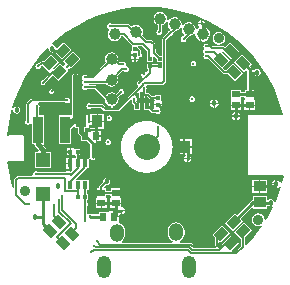
<source format=gbl>
G04 Layer_Physical_Order=4*
G04 Layer_Color=16711680*
%FSLAX25Y25*%
%MOIN*%
G70*
G01*
G75*
%ADD13R,0.01378X0.01181*%
%ADD14R,0.02362X0.02520*%
%ADD17R,0.02520X0.02362*%
%ADD23R,0.01260X0.01260*%
%ADD25C,0.03937*%
%ADD34R,0.01181X0.01378*%
%ADD41C,0.01000*%
%ADD42C,0.00500*%
%ADD43C,0.00700*%
%ADD44C,0.00600*%
%ADD45C,0.00800*%
%ADD49O,0.04921X0.05906*%
%ADD50O,0.04823X0.07480*%
%ADD51C,0.03598*%
%ADD52C,0.01800*%
%ADD53C,0.01300*%
%ADD54C,0.01000*%
%ADD55C,0.02800*%
%ADD56C,0.02600*%
%ADD57C,0.08700*%
%ADD58R,0.04000X0.04000*%
G04:AMPARAMS|DCode=59|XSize=39.37mil|YSize=31.5mil|CornerRadius=0mil|HoleSize=0mil|Usage=FLASHONLY|Rotation=315.000|XOffset=0mil|YOffset=0mil|HoleType=Round|Shape=Rectangle|*
%AMROTATEDRECTD59*
4,1,4,-0.02506,0.00278,-0.00278,0.02506,0.02506,-0.00278,0.00278,-0.02506,-0.02506,0.00278,0.0*
%
%ADD59ROTATEDRECTD59*%

G04:AMPARAMS|DCode=60|XSize=39.37mil|YSize=31.5mil|CornerRadius=0mil|HoleSize=0mil|Usage=FLASHONLY|Rotation=45.000|XOffset=0mil|YOffset=0mil|HoleType=Round|Shape=Rectangle|*
%AMROTATEDRECTD60*
4,1,4,-0.00278,-0.02506,-0.02506,-0.00278,0.00278,0.02506,0.02506,0.00278,-0.00278,-0.02506,0.0*
%
%ADD60ROTATEDRECTD60*%

%ADD61R,0.01575X0.02598*%
%ADD62R,0.04724X0.04921*%
%ADD63R,0.03347X0.09055*%
%ADD64R,0.03937X0.03543*%
%ADD65R,0.03543X0.03937*%
%ADD66R,0.01417X0.01969*%
%ADD67R,0.01575X0.01969*%
%ADD68C,0.01500*%
%ADD69C,0.02000*%
G36*
X4074Y46564D02*
X8117Y46032D01*
X12098Y45149D01*
X15987Y43923D01*
X18270Y42977D01*
X18652Y42705D01*
X18550Y42371D01*
Y41450D01*
X19423D01*
X19383Y41649D01*
X19129Y42029D01*
X18975Y42132D01*
X18975Y42132D01*
X18929Y42163D01*
X18929Y42163D01*
X18929Y42164D01*
X18931Y42168D01*
X18932Y42169D01*
X19116Y42513D01*
X19578Y42435D01*
X19754Y42362D01*
X23371Y40479D01*
X26810Y38289D01*
X30045Y35806D01*
X33051Y33051D01*
X35806Y30045D01*
X38289Y26810D01*
X40479Y23371D01*
X42362Y19754D01*
X43923Y15987D01*
X45149Y12098D01*
X45417Y10890D01*
X45104Y10500D01*
X33789Y10500D01*
Y-9185D01*
X45283Y-9185D01*
X45692Y-9647D01*
X45177Y-11972D01*
X45098Y-12005D01*
X44536Y-11738D01*
X44519Y-11654D01*
X44209Y-11191D01*
X43746Y-10881D01*
X43450Y-10822D01*
Y-12200D01*
Y-13578D01*
X43746Y-13519D01*
X44209Y-13209D01*
X44332Y-13025D01*
X44788Y-13244D01*
X43923Y-15987D01*
X42971Y-18285D01*
X42451Y-18234D01*
X42430Y-18132D01*
X42165Y-17735D01*
X41768Y-17470D01*
X41300Y-17377D01*
X40832Y-17470D01*
X40468Y-17712D01*
X40052Y-17620D01*
X39968Y-17595D01*
Y-16386D01*
X35432D01*
Y-17669D01*
X35255Y-17704D01*
X34990Y-17881D01*
X30127Y-22743D01*
X29378Y-21994D01*
X26170Y-25203D01*
X28822Y-27854D01*
X32030Y-24646D01*
X31281Y-23897D01*
X34970Y-20208D01*
X35432Y-20400D01*
Y-20529D01*
X39968D01*
Y-19605D01*
X40052Y-19580D01*
X40468Y-19488D01*
X40832Y-19730D01*
X41300Y-19824D01*
X41768Y-19730D01*
X41834Y-19687D01*
X42218Y-20031D01*
X40479Y-23371D01*
X39804Y-24431D01*
X39332Y-24241D01*
X39340Y-24200D01*
X39177Y-23381D01*
X38713Y-22686D01*
X38019Y-22223D01*
X37200Y-22060D01*
X36381Y-22223D01*
X35686Y-22686D01*
X35223Y-23381D01*
X35060Y-24200D01*
X35223Y-25019D01*
X35686Y-25714D01*
X36381Y-26177D01*
X37200Y-26340D01*
X38019Y-26177D01*
X38158Y-26085D01*
X38523Y-26442D01*
X38289Y-26810D01*
X35806Y-30045D01*
X33312Y-32767D01*
X32812Y-32573D01*
Y-29988D01*
X35092Y-27708D01*
X32441Y-25057D01*
X29233Y-28265D01*
X31513Y-30545D01*
Y-32969D01*
X29631Y-34851D01*
X28603D01*
X28412Y-34389D01*
X30916Y-31884D01*
X28265Y-29232D01*
X25057Y-32441D01*
X25199Y-32583D01*
X24144Y-33638D01*
X23759Y-33359D01*
X23949Y-32900D01*
Y-31987D01*
X24411Y-31795D01*
X24646Y-32030D01*
X27854Y-28822D01*
X25203Y-26170D01*
X21994Y-29379D01*
X22861Y-30245D01*
X22841Y-30265D01*
X22651Y-30724D01*
Y-32631D01*
X22431Y-32851D01*
X15969D01*
X15173Y-32055D01*
X14714Y-31865D01*
X11152D01*
X11053Y-31365D01*
X11235Y-31289D01*
X11811Y-30847D01*
X12254Y-30270D01*
X12532Y-29599D01*
X12627Y-28878D01*
Y-27894D01*
X12532Y-27173D01*
X12254Y-26502D01*
X11811Y-25925D01*
X11235Y-25482D01*
X10563Y-25204D01*
X9843Y-25109D01*
X9122Y-25204D01*
X8450Y-25482D01*
X7874Y-25925D01*
X7431Y-26502D01*
X7153Y-27173D01*
X7058Y-27894D01*
Y-28878D01*
X7153Y-29599D01*
X7431Y-30270D01*
X7874Y-30847D01*
X8450Y-31289D01*
X8632Y-31365D01*
X8533Y-31865D01*
X-8122D01*
X-8292Y-31365D01*
X-7874Y-31044D01*
X-7431Y-30467D01*
X-7153Y-29796D01*
X-7058Y-29075D01*
Y-28091D01*
X-7153Y-27370D01*
X-7431Y-26698D01*
X-7874Y-26122D01*
X-8450Y-25679D01*
X-9094Y-25413D01*
X-9094Y-25412D01*
X-9193Y-25019D01*
X-9208Y-24939D01*
X-9208Y-24885D01*
Y-23450D01*
X-10889D01*
Y-23200D01*
X-11139D01*
Y-21440D01*
X-12570D01*
Y-21543D01*
X-13030Y-21640D01*
X-13070Y-21640D01*
X-15992D01*
Y-22385D01*
X-18314D01*
X-18610Y-22186D01*
X-18981Y-22113D01*
X-19352Y-22186D01*
X-19436Y-22243D01*
X-19936Y-21975D01*
Y-19813D01*
X-19847Y-19753D01*
X-19637Y-19439D01*
X-19563Y-19068D01*
X-19637Y-18698D01*
X-19847Y-18383D01*
X-19936Y-18324D01*
Y-17689D01*
X-19628D01*
Y-15711D01*
X-19846D01*
Y-14341D01*
X-19354D01*
Y-11142D01*
X-21413D01*
X-21528Y-11142D01*
X-21721D01*
X-21913D01*
X-22028Y-11142D01*
X-23393D01*
X-23601Y-10643D01*
X-20020Y-7062D01*
X-20018Y-7057D01*
X-19354D01*
Y-4331D01*
X-19354Y-4316D01*
X-19354Y-4316D01*
X-19354Y-4030D01*
Y-4009D01*
X-19315Y-4002D01*
X-19250Y-3991D01*
X-19189Y-3980D01*
X-18885Y-3925D01*
X-18854Y-3920D01*
X-18804Y-3993D01*
X-18767Y-4049D01*
X-18767Y-4049D01*
X-18710Y-4135D01*
X-18396Y-4344D01*
X-18025Y-4418D01*
X-17654Y-4344D01*
X-17340Y-4135D01*
X-17130Y-3820D01*
X-17057Y-3450D01*
X-17130Y-3079D01*
X-17184Y-2998D01*
Y1189D01*
X-17214Y1340D01*
X-17039Y1636D01*
Y3600D01*
Y5360D01*
X-18470D01*
Y5257D01*
X-18930Y5160D01*
Y5160D01*
X-20457D01*
X-20687Y5390D01*
Y6231D01*
X-19686D01*
X-19686Y6231D01*
X-19402Y6166D01*
X-19390Y6158D01*
X-19250Y6130D01*
Y7100D01*
X-18750D01*
Y6038D01*
X-18714Y6032D01*
X-18714Y6032D01*
X-16692D01*
Y8250D01*
X-18841D01*
X-19000Y8120D01*
X-19186Y8083D01*
X-19686Y8400D01*
Y10768D01*
X-22512D01*
X-22729Y10986D01*
Y23500D01*
X-22811Y23910D01*
X-23043Y24257D01*
X-23390Y24489D01*
X-23800Y24571D01*
X-24210Y24489D01*
X-24557Y24257D01*
X-24789Y23910D01*
X-24871Y23500D01*
Y10800D01*
X-25299Y10628D01*
X-25299Y10628D01*
Y10628D01*
X-25299Y10628D01*
X-29246D01*
Y972D01*
X-25299D01*
Y5899D01*
X-24329Y6869D01*
X-23829Y6662D01*
Y6231D01*
X-22828D01*
Y4947D01*
X-22747Y4537D01*
X-22514Y4189D01*
X-21892Y3567D01*
Y2040D01*
X-20005D01*
X-18816Y851D01*
Y-2923D01*
X-18920Y-3079D01*
X-18994Y-3450D01*
X-18967Y-3586D01*
X-18970Y-3588D01*
X-18997Y-3604D01*
Y-3604D01*
X-19016Y-3616D01*
X-19263Y-3763D01*
X-19345Y-3813D01*
X-19365Y-3825D01*
X-19395Y-3843D01*
X-19406Y-3849D01*
X-19422Y-3859D01*
X-19470D01*
X-19540Y-3859D01*
X-19792Y-3859D01*
X-19794D01*
X-19794D01*
X-21413D01*
X-21528Y-3859D01*
X-21528Y-3859D01*
X-21913D01*
Y-3859D01*
X-21913Y-3859D01*
X-22424D01*
Y-2589D01*
X-22128D01*
Y-611D01*
X-23790D01*
X-23873Y-611D01*
X-24291Y-411D01*
X-24292D01*
X-24327Y-411D01*
X-25131D01*
Y-1600D01*
Y-2789D01*
X-24327D01*
X-24292Y-2789D01*
X-24291D01*
X-24114Y-2704D01*
X-23637Y-2979D01*
X-23614Y-3016D01*
Y-3484D01*
X-23995Y-3791D01*
X-24272Y-3659D01*
X-24272Y-3659D01*
X-24764Y-3659D01*
X-25309D01*
Y-5458D01*
X-25559D01*
Y-5708D01*
X-26847D01*
Y-7258D01*
X-26847D01*
X-26847Y-7258D01*
X-26814Y-7450D01*
X-25600D01*
Y-7950D01*
X-26863D01*
X-27135Y-8305D01*
X-36255D01*
X-36315Y-8215D01*
X-36629Y-8005D01*
X-37000Y-7931D01*
X-37371Y-8005D01*
X-37685Y-8215D01*
X-37895Y-8529D01*
X-37969Y-8900D01*
X-37928Y-9105D01*
X-38176Y-9519D01*
X-38273Y-9605D01*
X-42900D01*
X-43110Y-9692D01*
X-43321Y-9779D01*
X-44021Y-10479D01*
X-44195Y-10900D01*
Y-13479D01*
X-44690Y-13555D01*
X-45149Y-12098D01*
X-46032Y-8117D01*
X-46455Y-4900D01*
X-45987Y-4628D01*
X-45906Y-4662D01*
X-41181D01*
X-40951Y-4567D01*
X-40856Y-4337D01*
Y3537D01*
X-40951Y3767D01*
X-41181Y3862D01*
X-45906D01*
X-46076Y3791D01*
X-46568Y3987D01*
X-46568Y3987D01*
X-46564Y4074D01*
X-46032Y8117D01*
X-45149Y12098D01*
X-45044Y12432D01*
X-44994Y12590D01*
X-44790Y12689D01*
X-44524Y12300D01*
Y12300D01*
Y12300D01*
X-44524D01*
D01*
X-44430Y11832D01*
X-44165Y11435D01*
X-43768Y11170D01*
X-43300Y11077D01*
X-42832Y11170D01*
X-42435Y11435D01*
X-42170Y11832D01*
X-42077Y12300D01*
X-42170Y12768D01*
X-42435Y13165D01*
X-42832Y13430D01*
X-43300Y13523D01*
X-43768Y13430D01*
X-44165Y13165D01*
X-44172Y13155D01*
X-44519Y13117D01*
X-44754Y13184D01*
X-44773Y13218D01*
Y13218D01*
X-44787Y13246D01*
X-43923Y15987D01*
X-42362Y19754D01*
X-40479Y23371D01*
X-38289Y26810D01*
X-35806Y30045D01*
X-33210Y32878D01*
X-33019Y32847D01*
X-32702Y32693D01*
X-32630Y32332D01*
X-32365Y31935D01*
X-31968Y31670D01*
X-31500Y31576D01*
X-31442Y31588D01*
X-31439Y31586D01*
X-31174Y31409D01*
X-30862Y31347D01*
X-30862Y31347D01*
X-30379D01*
X-28265Y29233D01*
X-25057Y32441D01*
X-27708Y35092D01*
X-29822Y32978D01*
X-30312D01*
X-30370Y33268D01*
X-30635Y33665D01*
X-31032Y33930D01*
X-31295Y33983D01*
X-31470Y34501D01*
X-30045Y35806D01*
X-26810Y38289D01*
X-23371Y40479D01*
X-19754Y42362D01*
X-15987Y43923D01*
X-12098Y45149D01*
X-8117Y46032D01*
X-4074Y46564D01*
X0Y46742D01*
X4074Y46564D01*
D02*
G37*
%LPC*%
G36*
X18050Y42323D02*
X17851Y42283D01*
X17471Y42029D01*
X17217Y41649D01*
X17177Y41450D01*
X18050D01*
Y42323D01*
D02*
G37*
G36*
X19791Y39868D02*
X19032Y37784D01*
X21116Y37026D01*
X21226Y37745D01*
X20993Y38699D01*
X20412Y39491D01*
X19791Y39868D01*
D02*
G37*
G36*
X18861Y37314D02*
X18103Y35231D01*
X18822Y35120D01*
X19776Y35354D01*
X20568Y35934D01*
X20945Y36556D01*
X18861Y37314D01*
D02*
G37*
G36*
X24100Y38440D02*
X23281Y38277D01*
X22587Y37813D01*
X22123Y37119D01*
X21960Y36300D01*
X22123Y35481D01*
X22587Y34786D01*
X23281Y34323D01*
X24100Y34160D01*
X24919Y34323D01*
X25613Y34786D01*
X26077Y35481D01*
X26240Y36300D01*
X26077Y37119D01*
X25613Y37813D01*
X24919Y38277D01*
X24100Y38440D01*
D02*
G37*
G36*
X27708Y35092D02*
X26029Y33413D01*
X26021Y33421D01*
X25600Y33595D01*
X21947D01*
X21621Y33921D01*
X21200Y34095D01*
X20645D01*
X20585Y34185D01*
X20271Y34395D01*
X19900Y34469D01*
X19529Y34395D01*
X19215Y34185D01*
X19005Y33871D01*
X18931Y33500D01*
X19005Y33129D01*
X19093Y32998D01*
X19115Y32485D01*
X18905Y32171D01*
X18831Y31800D01*
X18905Y31429D01*
X18974Y31326D01*
X19108Y31080D01*
X19013Y30582D01*
X19005Y30571D01*
X18931Y30200D01*
X19005Y29829D01*
X19215Y29515D01*
X19529Y29305D01*
X19900Y29231D01*
X20271Y29305D01*
X20500Y29458D01*
X25455Y24503D01*
X25665Y24416D01*
X25876Y24329D01*
X27044D01*
X29379Y21994D01*
X32030Y24646D01*
X28822Y27854D01*
X26487Y25519D01*
X26122D01*
X25587Y26055D01*
Y26555D01*
X27854Y28822D01*
X25126Y31550D01*
X25233Y32034D01*
X25284Y32099D01*
X25378Y32120D01*
X28265Y29233D01*
X30916Y31884D01*
X27708Y35092D01*
D02*
G37*
G36*
X4516Y45076D02*
X3639Y44861D01*
X2911Y44328D01*
X2443Y43556D01*
X2306Y42664D01*
X2520Y41788D01*
X3054Y41060D01*
X3825Y40592D01*
X3954Y40572D01*
Y39220D01*
X3829Y39195D01*
X3515Y38985D01*
X3305Y38671D01*
X3231Y38300D01*
X3305Y37929D01*
X3515Y37615D01*
X3829Y37405D01*
X4200Y37331D01*
X4571Y37405D01*
X4885Y37615D01*
X5095Y37929D01*
X5169Y38300D01*
X5158Y38356D01*
X5229Y38463D01*
X5279Y38717D01*
Y40592D01*
X5594Y40669D01*
X6322Y41203D01*
X6610Y41677D01*
X7089Y41502D01*
X7004Y40954D01*
X7219Y40078D01*
X7752Y39350D01*
X7753Y39349D01*
X7660Y38821D01*
X7529Y38795D01*
X7215Y38585D01*
X7005Y38271D01*
X6931Y37900D01*
X6940Y37858D01*
X5441Y36359D01*
X5251Y35900D01*
Y30172D01*
X4351D01*
X2895Y31628D01*
Y31750D01*
X3054Y31987D01*
X3116Y32299D01*
X3054Y32611D01*
X2895Y32848D01*
Y34300D01*
X2772Y34598D01*
X2721Y34721D01*
X2021Y35421D01*
X1600Y35595D01*
X147D01*
X-1527Y37269D01*
X-1363Y37515D01*
X-1187Y38400D01*
X-1363Y39285D01*
X-1864Y40036D01*
X-2615Y40537D01*
X-3500Y40713D01*
X-4385Y40537D01*
X-5050Y40092D01*
X-5648Y40690D01*
X-6069Y40864D01*
X-11424D01*
X-11484Y40953D01*
X-11798Y41163D01*
X-12168Y41237D01*
X-12539Y41163D01*
X-12853Y40953D01*
X-13063Y40639D01*
X-13137Y40268D01*
X-13063Y39898D01*
X-12853Y39584D01*
X-12672Y39463D01*
X-12538Y39332D01*
X-12520Y38860D01*
X-12837Y38385D01*
X-13013Y37500D01*
X-12837Y36615D01*
X-12336Y35864D01*
X-11585Y35363D01*
X-10700Y35187D01*
X-9815Y35363D01*
X-9065Y35864D01*
X-8563Y36615D01*
X-8506Y36905D01*
X-7747D01*
X-5049Y34207D01*
X-4929Y33757D01*
Y33741D01*
Y33674D01*
X-4929Y33506D01*
Y33483D01*
Y32169D01*
X-4929Y32169D01*
X-5129Y31752D01*
X-5129Y31752D01*
Y31752D01*
X-5129Y31277D01*
Y30872D01*
X-3999D01*
Y30372D01*
X-5129D01*
Y29956D01*
X-5129Y29492D01*
X-5129Y29492D01*
X-5102Y29400D01*
X-2896D01*
X-2869Y29492D01*
X-2869Y29492D01*
X-2531Y29811D01*
X-2510Y29831D01*
X-2424Y29909D01*
X-2112Y29971D01*
X-1848Y30148D01*
X-1671Y30412D01*
X-1609Y30724D01*
X-1671Y31036D01*
X-1762Y31172D01*
Y31924D01*
X-1812Y32178D01*
X-1956Y32393D01*
X-2831Y33269D01*
X-2885Y33305D01*
X-2738Y33790D01*
X-2589Y33805D01*
X-1622D01*
X-84Y32267D01*
X-28Y31987D01*
X130Y31750D01*
Y30191D01*
X111D01*
Y28409D01*
X2089D01*
Y30043D01*
X2547Y30292D01*
X3411Y29428D01*
Y28391D01*
X5251D01*
Y27809D01*
X3411D01*
Y27652D01*
X2089D01*
Y27828D01*
X111D01*
Y26047D01*
X505D01*
Y25427D01*
X325Y25269D01*
X-129Y25146D01*
X-459Y25367D01*
X-600Y25395D01*
Y24425D01*
X-850D01*
Y24175D01*
X-1819D01*
X-1792Y24035D01*
X-1571Y23704D01*
X-1555Y23694D01*
X-1482Y23060D01*
X-2457Y22085D01*
X-2737Y22029D01*
X-3001Y21852D01*
X-3178Y21588D01*
X-3240Y21276D01*
X-3178Y20964D01*
X-3001Y20699D01*
X-2966Y20097D01*
X-9913Y13149D01*
X-11237D01*
X-11286Y13649D01*
X-10715Y13763D01*
X-9965Y14265D01*
X-9463Y15015D01*
X-9287Y15900D01*
X-9415Y16543D01*
X-8506Y17452D01*
X-8400Y17431D01*
X-8029Y17505D01*
X-7715Y17715D01*
X-7505Y18029D01*
X-7431Y18400D01*
X-7505Y18771D01*
X-7715Y19085D01*
X-8029Y19295D01*
X-8400Y19369D01*
X-8771Y19295D01*
X-9085Y19085D01*
X-9295Y18771D01*
X-9369Y18400D01*
X-9348Y18294D01*
X-10050Y17592D01*
X-10715Y18037D01*
X-11600Y18213D01*
X-12485Y18037D01*
X-13236Y17536D01*
X-13653Y17494D01*
X-16579Y20421D01*
X-17000Y20595D01*
X-18979D01*
X-19254Y21095D01*
X-19248Y21105D01*
X-13563D01*
X-13336Y20764D01*
X-12585Y20263D01*
X-11700Y20087D01*
X-10815Y20263D01*
X-10064Y20764D01*
X-9563Y21515D01*
X-9387Y22400D01*
X-9563Y23285D01*
X-9727Y23531D01*
X-7989Y25269D01*
X-7485Y25315D01*
X-7171Y25105D01*
X-6800Y25031D01*
X-6429Y25105D01*
X-6115Y25315D01*
X-5905Y25629D01*
X-5831Y26000D01*
X-5905Y26371D01*
X-6115Y26685D01*
X-6429Y26895D01*
X-6604Y26930D01*
X-6849Y27112D01*
X-6962Y27446D01*
X-6931Y27600D01*
X-7005Y27971D01*
X-7215Y28285D01*
X-7529Y28495D01*
X-7900Y28569D01*
X-8271Y28495D01*
X-8585Y28285D01*
X-8588Y28280D01*
X-9105Y28247D01*
X-9515Y28657D01*
X-9387Y29300D01*
X-9563Y30185D01*
X-10064Y30935D01*
X-10815Y31437D01*
X-11700Y31613D01*
X-12585Y31437D01*
X-13336Y30935D01*
X-13837Y30185D01*
X-14013Y29300D01*
X-13837Y28415D01*
X-13673Y28169D01*
X-18047Y23795D01*
X-19855D01*
X-19915Y23885D01*
X-20229Y24095D01*
X-20600Y24169D01*
X-20971Y24095D01*
X-21285Y23885D01*
X-21495Y23571D01*
X-21569Y23200D01*
X-21495Y22829D01*
X-21456Y22772D01*
X-21326Y22400D01*
X-21456Y22028D01*
X-21495Y21971D01*
X-21569Y21600D01*
X-21495Y21229D01*
X-21456Y21172D01*
X-21326Y20800D01*
X-21456Y20428D01*
X-21495Y20371D01*
X-21569Y20000D01*
X-21495Y19629D01*
X-21285Y19315D01*
X-20971Y19105D01*
X-20600Y19031D01*
X-20229Y19105D01*
X-19915Y19315D01*
X-19855Y19405D01*
X-17247D01*
X-13885Y16043D01*
X-13913Y15900D01*
X-13737Y15015D01*
X-13236Y14265D01*
X-12485Y13763D01*
X-11914Y13649D01*
X-11963Y13149D01*
X-13331D01*
X-14341Y14159D01*
X-14800Y14349D01*
X-18391D01*
X-18415Y14385D01*
X-18729Y14595D01*
X-19100Y14669D01*
X-19471Y14595D01*
X-19785Y14385D01*
X-19995Y14071D01*
X-20069Y13700D01*
X-19995Y13329D01*
X-19785Y13015D01*
X-19471Y12805D01*
X-19100Y12731D01*
X-18729Y12805D01*
X-18415Y13015D01*
X-18391Y13051D01*
X-15069D01*
X-14059Y12041D01*
X-13600Y11851D01*
X-9644D01*
X-9185Y12041D01*
X-5556Y15670D01*
X-4973Y15546D01*
X-4887Y15417D01*
X-4865Y15403D01*
Y14902D01*
X-4815Y14649D01*
X-4671Y14434D01*
X-4084Y13846D01*
Y12247D01*
X-2066D01*
Y14816D01*
X-3179D01*
X-3335Y14972D01*
X-3517Y15417D01*
X-3308Y15732D01*
X-3234Y16102D01*
X-3308Y16473D01*
X-3517Y16787D01*
X-3646Y16873D01*
X-3770Y17456D01*
X-3049Y18177D01*
X-2587Y17985D01*
Y16184D01*
X-413D01*
Y16873D01*
X285D01*
X1098Y16060D01*
X1221Y16009D01*
X1519Y15886D01*
X2384D01*
X2421Y15863D01*
X2696Y15386D01*
X2611Y15210D01*
Y15208D01*
X2611Y15173D01*
Y14369D01*
X4989D01*
Y15173D01*
X4989Y15208D01*
Y15210D01*
X4789Y15627D01*
X4789Y15710D01*
Y17372D01*
X2811D01*
Y17076D01*
X1766D01*
X952Y17889D01*
X532Y18064D01*
X-218D01*
X-254Y18119D01*
Y19152D01*
X-96Y19389D01*
X-34Y19701D01*
X-96Y20013D01*
X-172Y20126D01*
X26Y20601D01*
X50Y20626D01*
X5176D01*
X5635Y20816D01*
X6359Y21541D01*
X6549Y22000D01*
Y35631D01*
X7858Y36940D01*
X7900Y36931D01*
X8271Y37005D01*
X8585Y37215D01*
X8795Y37529D01*
X8869Y37900D01*
X8860Y37942D01*
X9559Y38641D01*
X9623Y38795D01*
X10293Y38959D01*
X11020Y39492D01*
X11308Y39967D01*
X11787Y39792D01*
X11703Y39244D01*
X11917Y38368D01*
X12451Y37640D01*
X12460Y37634D01*
X12485Y37420D01*
X12300Y36969D01*
X11929Y36895D01*
X11615Y36685D01*
X11405Y36371D01*
X11331Y36000D01*
X11405Y35629D01*
X11615Y35315D01*
X11929Y35105D01*
X12300Y35031D01*
X12671Y35105D01*
X12985Y35315D01*
X13195Y35629D01*
X13269Y36000D01*
X13260Y36042D01*
X14297Y37079D01*
X14991Y37249D01*
X15719Y37782D01*
X15735Y37810D01*
X16215Y37635D01*
X16197Y37525D01*
X16431Y36571D01*
X17012Y35779D01*
X17633Y35402D01*
X18477Y37720D01*
X19377Y40193D01*
X19252Y40555D01*
X19383Y40751D01*
X19423Y40950D01*
X17177D01*
X17217Y40751D01*
X17471Y40371D01*
X17480Y40365D01*
X17494Y40326D01*
X17459Y39777D01*
X16856Y39335D01*
X16798Y39240D01*
X16319Y39414D01*
X16324Y39446D01*
X16110Y40322D01*
X15576Y41050D01*
X14805Y41518D01*
X13913Y41656D01*
X13036Y41441D01*
X12308Y40907D01*
X12021Y40433D01*
X11541Y40608D01*
X11626Y41156D01*
X11411Y42033D01*
X10878Y42760D01*
X10106Y43229D01*
X9214Y43366D01*
X8338Y43151D01*
X7610Y42618D01*
X7322Y42143D01*
X6843Y42318D01*
X6927Y42866D01*
X6713Y43743D01*
X6179Y44470D01*
X5408Y44939D01*
X4516Y45076D01*
D02*
G37*
G36*
X-3027Y28900D02*
X-3749D01*
Y28180D01*
X-3609Y28208D01*
X-3278Y28429D01*
X-3114Y28675D01*
X-3057Y28759D01*
X-3027Y28900D01*
D02*
G37*
G36*
X-4249D02*
X-4971D01*
X-4941Y28759D01*
X-4885Y28675D01*
X-4720Y28429D01*
X-4389Y28208D01*
X-4249Y28180D01*
Y28900D01*
D02*
G37*
G36*
X-24646Y32030D02*
X-27854Y28822D01*
X-27077Y28045D01*
X-27189Y27449D01*
X-27285Y27385D01*
X-27429Y27169D01*
X-27832Y27052D01*
X-28010Y27043D01*
X-28822Y27854D01*
X-30998Y25677D01*
X-31109Y25681D01*
X-31310Y26188D01*
X-29233Y28265D01*
X-31884Y30916D01*
X-34218Y28582D01*
X-35013D01*
X-35311Y28458D01*
X-35434Y28407D01*
X-35994Y27848D01*
X-36100Y27869D01*
X-36471Y27795D01*
X-36785Y27585D01*
X-36995Y27271D01*
X-37069Y26900D01*
X-36995Y26529D01*
X-36785Y26215D01*
X-36471Y26005D01*
X-36100Y25931D01*
X-35729Y26005D01*
X-35415Y26215D01*
X-35205Y26529D01*
X-35131Y26900D01*
X-35152Y27006D01*
X-34771Y27387D01*
X-32469Y25085D01*
X-32441Y25057D01*
X-32185Y24663D01*
X-34585Y22262D01*
X-34865Y22206D01*
X-35129Y22029D01*
X-35306Y21765D01*
X-35368Y21453D01*
X-35306Y21141D01*
X-35129Y20876D01*
X-34865Y20699D01*
X-34553Y20637D01*
X-34241Y20699D01*
X-33976Y20876D01*
X-33799Y21141D01*
X-33744Y21420D01*
X-31274Y23890D01*
X-29378Y21994D01*
X-26170Y25203D01*
X-26257Y25290D01*
X-26248Y25468D01*
X-26131Y25871D01*
X-25915Y26015D01*
X-25851Y26111D01*
X-25255Y26223D01*
X-25203Y26170D01*
X-21994Y29379D01*
X-24646Y32030D01*
D02*
G37*
G36*
X15600Y28769D02*
X15229Y28695D01*
X14915Y28485D01*
X14705Y28171D01*
X14631Y27800D01*
X14705Y27429D01*
X14915Y27115D01*
X15229Y26905D01*
X15600Y26831D01*
X15971Y26905D01*
X16285Y27115D01*
X16495Y27429D01*
X16569Y27800D01*
X16495Y28171D01*
X16285Y28485D01*
X15971Y28695D01*
X15600Y28769D01*
D02*
G37*
G36*
X-1100Y25395D02*
X-1240Y25367D01*
X-1571Y25146D01*
X-1792Y24815D01*
X-1819Y24675D01*
X-1100D01*
Y25395D01*
D02*
G37*
G36*
X31884Y30916D02*
X29233Y28265D01*
X32441Y25057D01*
X33047Y25663D01*
X33484Y25393D01*
Y18992D01*
X32740D01*
Y18327D01*
X31360D01*
Y18992D01*
X28240D01*
Y16070D01*
X28240Y16030D01*
X28143Y15570D01*
X28040D01*
Y14139D01*
X31560D01*
Y15570D01*
X31457D01*
Y15570D01*
X31360Y16030D01*
X31360Y16070D01*
Y16695D01*
X32386D01*
X32740Y16342D01*
Y16070D01*
X32740Y16030D01*
X32643Y15570D01*
X32540D01*
Y14139D01*
X36060D01*
Y15570D01*
X35957D01*
Y15570D01*
X35860Y16030D01*
X35860Y16070D01*
Y18992D01*
X35116D01*
Y23984D01*
X35902D01*
X35935Y23935D01*
X36332Y23670D01*
X36800Y23576D01*
X37268Y23670D01*
X37665Y23935D01*
X37930Y24332D01*
X38023Y24800D01*
X37930Y25268D01*
X37665Y25665D01*
X37268Y25930D01*
X36800Y26024D01*
X36332Y25930D01*
X35935Y25665D01*
X35902Y25616D01*
X35116D01*
Y25849D01*
X35053Y26161D01*
X34877Y26426D01*
X34877Y26426D01*
X34343Y26959D01*
X35092Y27708D01*
X31884Y30916D01*
D02*
G37*
G36*
X-31700Y19316D02*
X-32012Y19254D01*
X-32277Y19077D01*
X-32454Y18812D01*
X-32516Y18500D01*
X-32454Y18188D01*
X-32277Y17923D01*
X-32012Y17746D01*
X-31700Y17684D01*
X-31388Y17746D01*
X-31123Y17923D01*
X-30946Y18188D01*
X-30884Y18500D01*
X-30946Y18812D01*
X-31123Y19077D01*
X-31388Y19254D01*
X-31700Y19316D01*
D02*
G37*
G36*
X15200Y16969D02*
X14829Y16895D01*
X14515Y16685D01*
X14305Y16371D01*
X14231Y16000D01*
X14305Y15629D01*
X14515Y15315D01*
X14829Y15105D01*
X15200Y15031D01*
X15571Y15105D01*
X15885Y15315D01*
X16095Y15629D01*
X16169Y16000D01*
X16095Y16371D01*
X15885Y16685D01*
X15571Y16895D01*
X15200Y16969D01*
D02*
G37*
G36*
X22850Y15878D02*
Y14750D01*
X23978D01*
X23919Y15046D01*
X23609Y15509D01*
X23146Y15819D01*
X22850Y15878D01*
D02*
G37*
G36*
X22350D02*
X22054Y15819D01*
X21591Y15509D01*
X21281Y15046D01*
X21222Y14750D01*
X22350D01*
Y15878D01*
D02*
G37*
G36*
X-26500Y16469D02*
X-26871Y16395D01*
X-27185Y16185D01*
X-27209Y16149D01*
X-38300D01*
X-38759Y15959D01*
X-39959Y14759D01*
X-40149Y14300D01*
Y9175D01*
X-40285Y9085D01*
X-40495Y8771D01*
X-40569Y8400D01*
X-40495Y8029D01*
X-40285Y7715D01*
X-39971Y7505D01*
X-39600Y7431D01*
X-39229Y7505D01*
X-38915Y7715D01*
X-38801Y7886D01*
X-38301Y7734D01*
Y972D01*
X-37398D01*
Y928D01*
X-37317Y518D01*
X-37085Y171D01*
X-35883Y-1031D01*
X-36090Y-1531D01*
X-37162D01*
Y-7052D01*
X-31838D01*
Y-1531D01*
X-33430D01*
Y-900D01*
X-33511Y-490D01*
X-33743Y-143D01*
X-34396Y510D01*
X-34354Y972D01*
X-34354D01*
X-34354Y972D01*
Y10628D01*
X-35807D01*
Y13207D01*
X-35768Y13267D01*
X-35706Y13579D01*
X-35768Y13891D01*
X-35881Y14060D01*
X-35945Y14155D01*
X-35945Y14156D01*
X-36209Y14332D01*
X-36261Y14343D01*
X-36270Y14663D01*
X-35848Y14851D01*
X-27209D01*
X-27185Y14815D01*
X-26871Y14605D01*
X-26500Y14531D01*
X-26129Y14605D01*
X-25815Y14815D01*
X-25605Y15129D01*
X-25531Y15500D01*
X-25605Y15871D01*
X-25815Y16185D01*
X-26129Y16395D01*
X-26500Y16469D01*
D02*
G37*
G36*
X23978Y14250D02*
X22850D01*
Y13122D01*
X23146Y13181D01*
X23609Y13491D01*
X23919Y13954D01*
X23978Y14250D01*
D02*
G37*
G36*
X22350D02*
X21222D01*
X21281Y13954D01*
X21591Y13491D01*
X22054Y13181D01*
X22350Y13122D01*
Y14250D01*
D02*
G37*
G36*
X36060Y13639D02*
X34550D01*
Y12208D01*
X36060D01*
Y13639D01*
D02*
G37*
G36*
X34050D02*
X32540D01*
Y12208D01*
X34050D01*
Y13639D01*
D02*
G37*
G36*
X31560D02*
X30050D01*
Y12208D01*
X31560D01*
Y13639D01*
D02*
G37*
G36*
X29550D02*
X28040D01*
Y12208D01*
X29550D01*
Y13639D01*
D02*
G37*
G36*
X29922Y11958D02*
X29678D01*
X29680Y11932D01*
X29919D01*
X29922Y11958D01*
D02*
G37*
G36*
X1084Y14816D02*
X-934D01*
Y12247D01*
X912D01*
X1681Y11479D01*
X1891Y11392D01*
X2101Y11305D01*
X2955D01*
X3015Y11215D01*
X3329Y11005D01*
X3700Y10931D01*
X4071Y11005D01*
X4385Y11215D01*
X4595Y11529D01*
X4669Y11900D01*
X4595Y12271D01*
X4423Y12528D01*
X4487Y12777D01*
X4621Y13028D01*
X4989D01*
Y13869D01*
X2611D01*
Y13028D01*
X2611Y13028D01*
X2586Y12811D01*
X2112Y12731D01*
X1084Y13760D01*
Y14816D01*
D02*
G37*
G36*
X30050Y11677D02*
Y10550D01*
X31177D01*
X31119Y10846D01*
X30809Y11309D01*
X30346Y11619D01*
X30169Y11654D01*
X30169D01*
X30050Y11677D01*
D02*
G37*
G36*
X29550D02*
X29431Y11654D01*
X29431D01*
X29254Y11619D01*
X28791Y11309D01*
X28481Y10846D01*
X28422Y10550D01*
X29550D01*
Y11677D01*
D02*
G37*
G36*
X31177Y10050D02*
X30050D01*
Y8922D01*
X30346Y8981D01*
X30809Y9290D01*
X31119Y9754D01*
X31177Y10050D01*
D02*
G37*
G36*
X29550D02*
X28422D01*
X28481Y9754D01*
X28791Y9290D01*
X29254Y8981D01*
X29550Y8922D01*
Y10050D01*
D02*
G37*
G36*
X-14171Y10968D02*
X-16193D01*
Y8750D01*
X-14171D01*
Y10968D01*
D02*
G37*
G36*
X-16692D02*
X-18714D01*
Y8750D01*
X-16692D01*
Y10968D01*
D02*
G37*
G36*
X-12400Y10569D02*
X-12771Y10495D01*
X-13085Y10285D01*
X-13295Y9971D01*
X-13369Y9600D01*
X-13295Y9229D01*
X-13085Y8915D01*
X-12771Y8705D01*
X-12400Y8631D01*
X-12029Y8705D01*
X-11715Y8915D01*
X-11505Y9229D01*
X-11431Y9600D01*
X-11505Y9971D01*
X-11715Y10285D01*
X-12029Y10495D01*
X-12400Y10569D01*
D02*
G37*
G36*
X-14171Y8250D02*
X-16193D01*
Y6032D01*
X-14171D01*
Y8250D01*
D02*
G37*
G36*
X-15108Y5360D02*
X-16539D01*
Y3850D01*
X-15108D01*
Y5360D01*
D02*
G37*
G36*
Y3350D02*
X-16539D01*
Y1840D01*
X-15108D01*
Y3350D01*
D02*
G37*
G36*
X-12800Y2669D02*
X-13171Y2595D01*
X-13485Y2385D01*
X-13695Y2071D01*
X-13769Y1700D01*
X-13695Y1329D01*
X-13485Y1015D01*
X-13171Y805D01*
X-12800Y731D01*
X-12429Y805D01*
X-12115Y1015D01*
X-11905Y1329D01*
X-11831Y1700D01*
X-11905Y2071D01*
X-12115Y2385D01*
X-12429Y2595D01*
X-12800Y2669D01*
D02*
G37*
G36*
X15000Y2500D02*
X12750D01*
Y250D01*
X15000D01*
Y2500D01*
D02*
G37*
G36*
X12250D02*
X10000D01*
Y250D01*
X12250D01*
Y2500D01*
D02*
G37*
G36*
X-25631Y-411D02*
X-26472D01*
Y-1350D01*
X-25631D01*
Y-411D01*
D02*
G37*
G36*
X12250Y-250D02*
X10000D01*
Y-2500D01*
X12250D01*
Y-250D01*
D02*
G37*
G36*
X-25631Y-1850D02*
X-26472D01*
Y-2789D01*
X-25631D01*
Y-1850D01*
D02*
G37*
G36*
X15000Y-250D02*
X12750D01*
Y-2500D01*
X12825D01*
X12977Y-3000D01*
X12871Y-3071D01*
X12617Y-3451D01*
X12577Y-3650D01*
X14823D01*
X14783Y-3451D01*
X14529Y-3071D01*
X14423Y-3000D01*
X14575Y-2500D01*
X15000D01*
Y-250D01*
D02*
G37*
G36*
X14823Y-4150D02*
X13950D01*
Y-5023D01*
X14149Y-4983D01*
X14529Y-4729D01*
X14783Y-4349D01*
X14823Y-4150D01*
D02*
G37*
G36*
X13450D02*
X12577D01*
X12617Y-4349D01*
X12871Y-4729D01*
X13251Y-4983D01*
X13450Y-5023D01*
Y-4150D01*
D02*
G37*
G36*
X-25809Y-3659D02*
X-26847D01*
Y-5208D01*
X-25809D01*
Y-3659D01*
D02*
G37*
G36*
X4500Y9500D02*
X-4500Y9500D01*
X-9500Y4500D01*
X-9500Y-4781D01*
X-2636Y-9500D01*
X4000Y-9500D01*
X9500Y-4000D01*
X9500Y4500D01*
X4500Y9500D01*
D02*
G37*
G36*
X42950Y-10822D02*
X42654Y-10881D01*
X42191Y-11191D01*
X41881Y-11654D01*
X41822Y-11950D01*
X42950D01*
Y-10822D01*
D02*
G37*
G36*
X-13300Y-10176D02*
X-13768Y-10270D01*
X-14165Y-10535D01*
X-14430Y-10932D01*
X-14524Y-11400D01*
X-14476Y-11639D01*
X-15569Y-12731D01*
X-15712Y-12946D01*
X-15763Y-13200D01*
Y-13708D01*
X-16660D01*
Y-16630D01*
X-16660Y-16670D01*
X-16757Y-17130D01*
X-16860D01*
Y-18561D01*
X-13340D01*
Y-17130D01*
X-13443D01*
Y-17130D01*
X-13540Y-16670D01*
X-13540Y-16630D01*
Y-15852D01*
X-12214D01*
X-11860Y-16205D01*
Y-16630D01*
X-11860Y-16670D01*
X-11957Y-17130D01*
X-12060D01*
Y-18561D01*
X-8540D01*
Y-17130D01*
X-8643D01*
Y-17130D01*
X-8740Y-16670D01*
X-8740Y-16630D01*
Y-13708D01*
X-11860D01*
Y-14526D01*
X-13540D01*
Y-13708D01*
X-13964D01*
X-14171Y-13208D01*
X-13539Y-12576D01*
X-13300Y-12623D01*
X-12832Y-12530D01*
X-12435Y-12265D01*
X-12170Y-11868D01*
X-12077Y-11400D01*
X-12170Y-10932D01*
X-12435Y-10535D01*
X-12832Y-10270D01*
X-13300Y-10176D01*
D02*
G37*
G36*
X40168Y-10871D02*
X37950D01*
Y-12892D01*
X40168D01*
Y-10871D01*
D02*
G37*
G36*
X37450D02*
X35232D01*
Y-12892D01*
X37450D01*
Y-10871D01*
D02*
G37*
G36*
X42950Y-12450D02*
X41822D01*
X41881Y-12746D01*
X42191Y-13209D01*
X42654Y-13519D01*
X42950Y-13578D01*
Y-12450D01*
D02*
G37*
G36*
X40168Y-13393D02*
X37950D01*
Y-15414D01*
X40168D01*
Y-13393D01*
D02*
G37*
G36*
X37450D02*
X35232D01*
Y-15414D01*
X37450D01*
Y-13393D01*
D02*
G37*
G36*
X-10550Y-19061D02*
X-12060D01*
Y-20492D01*
X-10550D01*
Y-19061D01*
D02*
G37*
G36*
X-13340D02*
X-14850D01*
Y-20492D01*
X-13340D01*
Y-19061D01*
D02*
G37*
G36*
X-15350D02*
X-16860D01*
Y-20492D01*
X-15350D01*
Y-19061D01*
D02*
G37*
G36*
X-7277Y-21450D02*
X-8150D01*
Y-22323D01*
X-7951Y-22283D01*
X-7571Y-22029D01*
X-7317Y-21649D01*
X-7277Y-21450D01*
D02*
G37*
G36*
X-8540Y-19061D02*
X-10050D01*
Y-20492D01*
X-9866D01*
X-9531Y-20992D01*
X-9572Y-21200D01*
X-9770Y-21440D01*
X-10639D01*
Y-22950D01*
X-9208D01*
Y-22599D01*
X-8708Y-22311D01*
X-8650Y-22323D01*
Y-21200D01*
X-8400D01*
Y-20950D01*
X-7277D01*
X-7317Y-20751D01*
X-7571Y-20371D01*
X-7951Y-20117D01*
X-8400Y-20028D01*
X-8540Y-19912D01*
Y-19061D01*
D02*
G37*
%LPD*%
D13*
X1100Y29300D02*
D03*
Y26938D02*
D03*
X4400Y29281D02*
D03*
Y26919D02*
D03*
X3800Y14119D02*
D03*
Y16481D02*
D03*
D14*
X-10889Y-23200D02*
D03*
X-14511D02*
D03*
X-16789Y3600D02*
D03*
X-20411D02*
D03*
D17*
X29800Y13889D02*
D03*
Y17511D02*
D03*
X34300Y13889D02*
D03*
Y17511D02*
D03*
X-10300Y-18811D02*
D03*
Y-15189D02*
D03*
X-15100Y-18811D02*
D03*
Y-15189D02*
D03*
D23*
X-3999Y30622D02*
D03*
Y32827D02*
D03*
D25*
X-11600Y15900D02*
D03*
X-10700Y37500D02*
D03*
X-11700Y22400D02*
D03*
Y29300D02*
D03*
X-3500Y38400D02*
D03*
X4617Y42765D02*
D03*
X9315Y41055D02*
D03*
X14014Y39345D02*
D03*
X18712Y37635D02*
D03*
D34*
X-25381Y-1600D02*
D03*
X-23019D02*
D03*
X-20519Y-16700D02*
D03*
X-22881D02*
D03*
D41*
X34300Y17511D02*
Y25849D01*
X34400Y24800D02*
X36800D01*
X42257Y-13142D02*
X43200Y-12200D01*
X37700Y-13142D02*
X42257D01*
X18300Y41200D02*
X18712Y40788D01*
Y37635D02*
Y40788D01*
X35567Y-18458D02*
X37700D01*
X29100Y-24924D02*
X35567Y-18458D01*
X12500Y0D02*
X13300Y800D01*
X29800Y10300D02*
Y13889D01*
X34300D01*
X32162Y27987D02*
X34300Y25849D01*
X29800Y17511D02*
X34300D01*
X-16789Y3600D02*
Y8154D01*
X-25381Y-5280D02*
Y-1600D01*
X-18862Y-23200D02*
X-14511D01*
X-15100Y-18811D02*
X-10300D01*
X-10889Y-23200D02*
X-10300Y-22611D01*
X-9811Y-21200D02*
X-8400D01*
X-10300Y-22611D02*
Y-18811D01*
X-20411Y3600D02*
X-18000Y1189D01*
Y-3424D02*
Y1189D01*
X-34500Y-25649D02*
X-32162Y-27987D01*
X-30862Y32162D02*
X-27987D01*
X-31500Y32800D02*
X-30862Y32162D01*
X37843Y-18600D02*
X41300D01*
X-37200Y-23500D02*
X-34500D01*
Y-25649D02*
Y-23500D01*
Y-15709D01*
X-19000Y7100D02*
X-17842D01*
X-16789Y8154D01*
X-16443Y8500D01*
X-25600Y-7700D02*
Y-5499D01*
X-25559Y-5458D01*
X13700Y-3900D02*
Y-1200D01*
X12500Y0D02*
X13700Y-1200D01*
X3800Y14119D02*
X5719Y12200D01*
Y8756D02*
Y12200D01*
X5388Y8424D02*
X5719Y8756D01*
D42*
X-20441Y-16622D02*
Y-12742D01*
X-11700Y29300D02*
X-11000D01*
X-9300Y27600D01*
X-8100Y26000D02*
X-6800D01*
X-11600Y15900D02*
X-10900D01*
X-8400Y18400D01*
X-2424Y21276D02*
X1100Y24800D01*
Y26938D01*
X-12168Y40268D02*
X-6069D01*
X2300Y31381D02*
Y32299D01*
Y34300D01*
Y31381D02*
X4400Y29281D01*
X-4200Y38400D02*
X-3500D01*
X-6069Y40268D02*
X-4200Y38400D01*
X1600Y35000D02*
X2300Y34300D01*
X-3500Y38400D02*
X-100Y35000D01*
X1600D01*
X725Y29675D02*
Y32299D01*
X-1376Y34400D02*
X725Y32299D01*
X-4400Y34400D02*
X-1376D01*
X-7500Y37500D02*
X-4400Y34400D01*
X-10700Y37500D02*
X-7500D01*
X-25559Y-12742D02*
Y-11759D01*
X-20441Y-6641D01*
X-27200Y-14800D02*
X-22881D01*
Y-16700D02*
Y-14800D01*
X-27200D02*
Y-10200D01*
X-22881Y-14800D02*
Y-12861D01*
X-23000Y-7100D02*
Y-5458D01*
X-25200Y-9300D02*
X-23000Y-7100D01*
X-23019Y-5439D02*
Y-1600D01*
X-25600Y-8900D02*
X-25200Y-9300D01*
X-37000Y-8900D02*
X-25600D01*
X-42900Y-10200D02*
X-27200D01*
X-43600Y-10900D02*
X-42900Y-10200D01*
X-43600Y-15900D02*
Y-10900D01*
Y-15900D02*
X-40400Y-19100D01*
X-39300D01*
X-20532Y-24700D02*
Y-19068D01*
Y-16713D01*
X-35013Y27986D02*
X-32162D01*
X-36100Y26900D02*
X-35013Y27986D01*
X-34553Y21453D02*
X-31081Y24924D01*
X-29100D01*
X20600Y30200D02*
X25876Y24924D01*
X29100D01*
X19900Y30200D02*
X20600D01*
X22362Y31662D02*
X24924Y29100D01*
X19938Y31662D02*
X22362D01*
X25600Y33000D02*
X26438Y32162D01*
X19900Y33500D02*
X21200D01*
X21700Y33000D02*
X25600D01*
X21200Y33500D02*
X21700Y33000D01*
X-17800Y23200D02*
X-11700Y29300D01*
X-12900Y15900D02*
X-11600D01*
X-17000Y20000D02*
X-12900Y15900D01*
X-20600Y23200D02*
X-17800D01*
X-11700Y22400D02*
X-8100Y26000D01*
X-12400Y21700D02*
X-11700Y22400D01*
X-20600Y20000D02*
X-17000D01*
X-20600Y21700D02*
X-12400D01*
X-3999Y27575D02*
Y30724D01*
Y27575D02*
X-850Y24425D01*
X-9300Y27600D02*
X-7900D01*
X-850Y18119D02*
Y19701D01*
X-1500Y17469D02*
X-850Y18119D01*
X1519Y16481D02*
X3800D01*
X532Y17469D02*
X1519Y16481D01*
X-1500Y17469D02*
X532D01*
X75Y13532D02*
X470D01*
X2101Y11900D01*
X3700D01*
Y3700D02*
Y6700D01*
X0Y0D02*
X3700Y3700D01*
D43*
X-2424Y30724D02*
Y31924D01*
X-3300Y32800D02*
X-2424Y31924D01*
X-3972Y32800D02*
X-3300D01*
X-3999Y32827D02*
X-3972Y32800D01*
X-15100Y-13200D02*
X-13300Y-11400D01*
X-15100Y-15189D02*
Y-13200D01*
Y-15189D02*
X-10300D01*
X4200Y38300D02*
X4617Y38717D01*
Y42765D01*
X-3075Y13532D02*
Y13775D01*
X-4202Y14902D02*
X-3075Y13775D01*
X-4202Y14902D02*
Y16102D01*
D44*
X5900Y35900D02*
X7900Y37900D01*
X5900Y22000D02*
Y35900D01*
X-14800Y13700D02*
X-13600Y12500D01*
X-19100Y13700D02*
X-14800D01*
X-38300Y15500D02*
X-26500D01*
X-39500Y14300D02*
X-38300Y15500D01*
X-39500Y8500D02*
Y14300D01*
X14014Y37714D02*
Y39345D01*
X12300Y36000D02*
X14014Y37714D01*
X9100Y40840D02*
X9315Y41055D01*
X9100Y39100D02*
Y40840D01*
X7900Y37900D02*
X9100Y39100D01*
X-24924Y28376D02*
Y29100D01*
X-26600Y26700D02*
X-24924Y28376D01*
X-24924Y-29100D02*
Y-28424D01*
X-23400Y-26900D01*
X-28100Y-21000D02*
Y-16300D01*
X-23400Y-26900D02*
Y-25700D01*
X-28100Y-21000D02*
X-23400Y-25700D01*
X-30000Y-30149D02*
X-27986Y-32162D01*
X-30000Y-30149D02*
X-25300Y-25449D01*
X-29200Y-21349D02*
Y-17800D01*
Y-21549D02*
X-25300Y-25449D01*
X-29100Y-24924D02*
Y-24600D01*
X-30900Y-23124D02*
X-29100Y-24924D01*
X-30900Y-23124D02*
Y-19300D01*
X-18400Y-35100D02*
X-17614Y-34314D01*
X14872Y-35500D02*
X29900D01*
X13686Y-34314D02*
X14872Y-35500D01*
X29900D02*
X32162Y-33238D01*
X-17614Y-34314D02*
X13686D01*
X32162Y-33238D02*
Y-27986D01*
X14200Y-33414D02*
X15286Y-34500D01*
X-17400Y-32900D02*
X-16886Y-33414D01*
X15286Y-34500D02*
X24200D01*
X26538Y-32162D01*
X-16886Y-33414D02*
X14200D01*
X26538Y-32162D02*
X27987D01*
X14714Y-32514D02*
X15700Y-33500D01*
X-15486Y-32514D02*
X14714D01*
X15700Y-33500D02*
X22700D01*
X23300Y-32900D01*
Y-30724D01*
X-16500Y-31500D02*
X-15486Y-32514D01*
X23300Y-30724D02*
X24924Y-29100D01*
X26438Y32162D02*
X27986D01*
X-1024Y21276D02*
X5176D01*
X5900Y22000D01*
X-1324Y20820D02*
Y20976D01*
X-1024Y21276D01*
X-13600Y12500D02*
X-9644D01*
X-1324Y20820D01*
D45*
X-36521Y5994D02*
X-36328Y5800D01*
X-36521Y5994D02*
Y13579D01*
X1100Y26938D02*
X4381D01*
D49*
X-9843Y-28583D02*
D03*
X9843Y-28386D02*
D03*
D50*
X-14173Y-40000D02*
D03*
X14173Y-39998D02*
D03*
D51*
X37200Y-24200D02*
D03*
X24100Y36300D02*
D03*
X-40700Y-14700D02*
D03*
D52*
X-13300Y-11400D02*
D03*
X-43300Y12300D02*
D03*
X-29600Y-13100D02*
D03*
X36800Y24800D02*
D03*
X22600Y14500D02*
D03*
X43200Y-12200D02*
D03*
X-31500Y32800D02*
D03*
X41300Y-18600D02*
D03*
X-37200Y-23500D02*
D03*
X29800Y10300D02*
D03*
D53*
X15200Y16000D02*
D03*
X13700Y-3900D02*
D03*
X-4202Y16102D02*
D03*
X15600Y27800D02*
D03*
X18300Y41200D02*
D03*
X4200Y38300D02*
D03*
X-12800Y1700D02*
D03*
X-19100Y13700D02*
D03*
X-26500Y15500D02*
D03*
X-23900Y23500D02*
D03*
X-6800Y26000D02*
D03*
X-8400Y18400D02*
D03*
X12300Y36000D02*
D03*
X7900Y37900D02*
D03*
X-12168Y40268D02*
D03*
X-10200Y38300D02*
D03*
X-20532Y-19068D02*
D03*
X-37000Y-8900D02*
D03*
X-39300Y-19100D02*
D03*
X-18981Y-23081D02*
D03*
X-8400Y-21200D02*
D03*
X-20532Y-24700D02*
D03*
X-36100Y26900D02*
D03*
X-26600Y26700D02*
D03*
X-18400Y-35100D02*
D03*
X-17400Y-32900D02*
D03*
X-16500Y-31500D02*
D03*
X19900Y30200D02*
D03*
X19800Y31800D02*
D03*
X19900Y33500D02*
D03*
X-20600Y23200D02*
D03*
Y21600D02*
D03*
Y20000D02*
D03*
X-39600Y8400D02*
D03*
X-12400Y9600D02*
D03*
X-7900Y27600D02*
D03*
X-18025Y-3450D02*
D03*
X-25600Y-7700D02*
D03*
X3700Y11900D02*
D03*
Y6700D02*
D03*
D54*
X-2424Y30724D02*
D03*
X-36521Y13579D02*
D03*
X-2424Y21276D02*
D03*
X2300Y32299D02*
D03*
X725D02*
D03*
X-34553Y21453D02*
D03*
X-28100Y-16300D02*
D03*
X-29200Y-17800D02*
D03*
X-30900Y-19300D02*
D03*
X-31700Y18500D02*
D03*
X-3999Y29150D02*
D03*
X-850Y24425D02*
D03*
X-19000Y7100D02*
D03*
X-850Y19701D02*
D03*
D55*
X0Y-2500D02*
D03*
D56*
X10000Y0D02*
G03*
X5388Y8424I-10000J0D01*
G01*
D02*
G03*
X10000Y0I-5388J-8424D01*
G01*
D57*
X0D02*
D03*
D58*
X12500D02*
D03*
D59*
X32162Y27987D02*
D03*
X27986Y32162D02*
D03*
X24924Y29100D02*
D03*
X29100Y24924D02*
D03*
X-32162Y-27987D02*
D03*
X-27986Y-32162D02*
D03*
X-24924Y-29100D02*
D03*
X-29100Y-24924D02*
D03*
D60*
X-27987Y32162D02*
D03*
X-32162Y27986D02*
D03*
X-29100Y24924D02*
D03*
X-24924Y29100D02*
D03*
X29100Y-24924D02*
D03*
X24924Y-29100D02*
D03*
X27987Y-32162D02*
D03*
X32162Y-27986D02*
D03*
D61*
X-25559Y-5458D02*
D03*
X-23000D02*
D03*
X-20441D02*
D03*
Y-12742D02*
D03*
X-23000D02*
D03*
X-25559D02*
D03*
D62*
X-34500Y-15709D02*
D03*
Y-4291D02*
D03*
D63*
X-27272Y5800D02*
D03*
X-36328D02*
D03*
D64*
X37700Y-13142D02*
D03*
Y-18458D02*
D03*
D65*
X-16443Y8500D02*
D03*
X-21757D02*
D03*
D66*
X75Y13532D02*
D03*
X-3075D02*
D03*
D67*
X-1500Y17469D02*
D03*
D68*
X-23800Y10543D02*
Y23500D01*
Y9642D02*
Y10543D01*
X-21757Y8500D01*
Y4947D02*
X-20411Y3600D01*
X-21757Y4947D02*
Y8500D01*
X-36328Y928D02*
Y5800D01*
Y928D02*
X-34500Y-900D01*
Y-4291D02*
Y-900D01*
D69*
X-24572Y8500D02*
X-21757D01*
X-27272Y5800D02*
X-24572Y8500D01*
M02*

</source>
